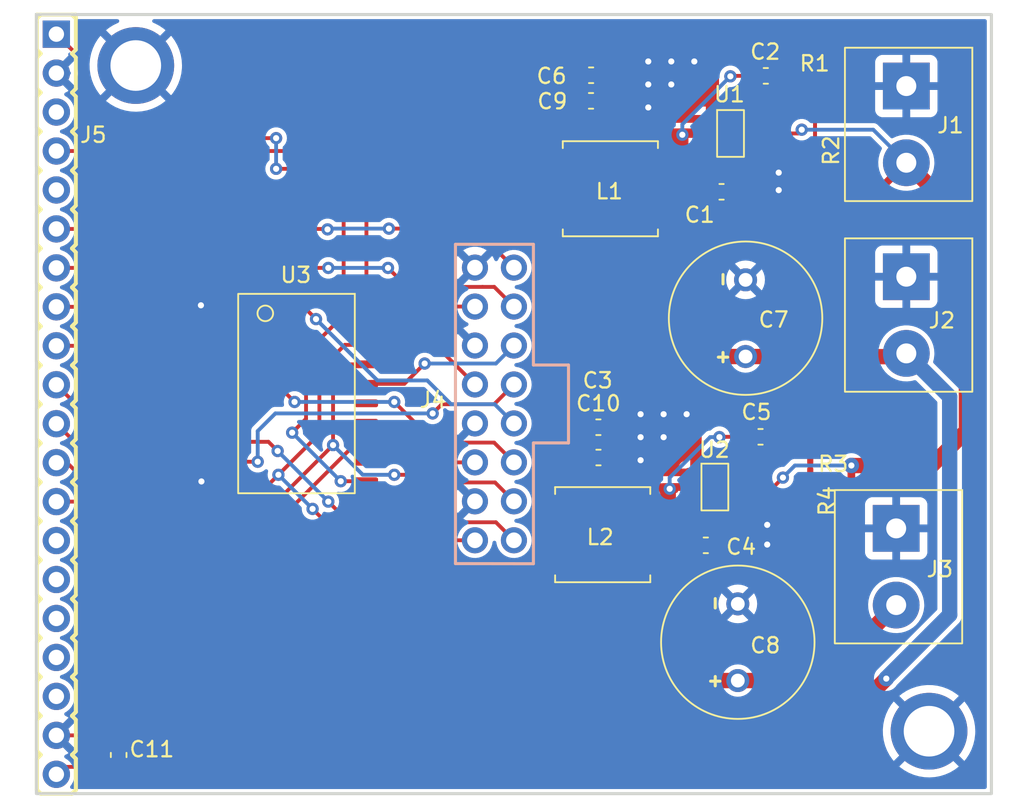
<source format=kicad_pcb>
(kicad_pcb (version 20211014) (generator pcbnew)
  (layers (0 "F.Cu" signal) (31 "B.Cu" signal) (34 "B.Paste" user) (35 "F.Paste" user) (36 "B.SilkS" user "B.Silkscreen") (37 "F.SilkS" user "F.Silkscreen") (38 "B.Mask" user) (39 "F.Mask" user) (44 "Edge.Cuts" user))
  (net 0 "")
  (net 1 "/Vin +24V")
  (net 2 "GND")
  (net 3 "/CB")
  (net 4 "/FB")
  (net 5 "+5V")
  (net 6 "/+5V Regu 2")
  (net 7 "+3V3")
  (net 8 "/GPIO13\\PANEL_B2")
  (net 9 "/PANEL_A")
  (net 10 "/PANEL_B")
  (net 11 "/PANEL_C")
  (net 12 "/ESP_EN")
  (net 13 "/GPIO2\\HS2_DATA0")
  (net 14 "/GPI033")
  (net 15 "/GPI34")
  (net 16 "/GPI35")
  (net 17 "/GPI36")
  (net 18 "/GPI39")
  (net 19 "/CB2")
  (net 20 "/FB2")
  (net 22 "/PANEL_D")
  (net 24 "/PANEL_E")
  (net 26 "/Vout")
  (net 27 "/Vout2")
  (net 28 "/GPIO5\\PANEL_LAT")
  (net 29 "/GPI04\\PANEL_OE")
  (net 30 "/GPI012\\PANEL_CLK")
  (net 31 "/GPIO32\\PANEL_G2")
  (net 32 "/GPIO16\\PANEL_G1")
  (net 33 "/GPI015\\PANEL_R1")
  (net 34 "/GPIO17\\PANEL_B1")
  (net 35 "/GPIO14\\PANEL_R2")
  (footprint "PANEL_LED:LMR51430" (layer "F.Cu") (at 129.965 75.225)
    (fp_text reference "U2" (at 0.84 -0.9 unlocked) (layer "F.SilkS"))
    (fp_text value "LMR51430")
    (pad "1" smd roundrect (at -0.475 0.575) (size 1.1 0.6) (layers "F.Cu" "F.Paste" "F.Mask") (net 2 "GND"))
    (pad "2" smd roundrect (at -0.475 1.525) (size 1.1 0.6) (layers "F.Cu" "F.Paste" "F.Mask") (net 27 "/Vout2"))
    (pad "3" smd roundrect (at -0.475 2.475) (size 1.1 0.6) (layers "F.Cu" "F.Paste" "F.Mask") (net 1 "/Vin +24V"))
    (pad "4" smd roundrect (at 2.225 2.475) (size 1.1 0.6) (layers "F.Cu" "F.Paste" "F.Mask") (net 20 "/FB2"))
    (pad "5" smd roundrect (at 2.225 1.525) (size 1.1 0.6) (layers "F.Cu" "F.Paste" "F.Mask") (net 1 "/Vin +24V"))
    (pad "6" smd roundrect (at 2.225 0.575) (size 1.1 0.6) (layers "F.Cu" "F.Paste" "F.Mask") (net 19 "/CB2"))
  )
  (footprint "Capacitor_SMD:C_0603_1608Metric" (layer "F.Cu") (at 133.815 73.475 180)
    (fp_text reference "C5" (at 0.27 1.61) (layer "F.SilkS"))
    (fp_text value "0.1uF")
    (pad "1" smd roundrect (at -0.775 0 180) (size 0.9 0.95) (layers "F.Cu" "F.Paste" "F.Mask") (net 19 "/CB2"))
    (pad "2" smd roundrect (at 0.775 0 180) (size 0.9 0.95) (layers "F.Cu" "F.Paste" "F.Mask") (net 27 "/Vout2"))
  )
  (footprint "PANEL_LED:Capa1000uF" (layer "F.Cu") (at 132.334 86.868 90)
    (fp_text reference "C8" (at -0.21 1.79 unlocked) (layer "F.SilkS"))
    (fp_text value "1000uF")
    (fp_text user "+" (at -2.54 -1.524 90) (layer "F.SilkS") (effects (font (size 0.8 0.8) (thickness 0.2))))
    (fp_text user "-" (at 2.54 -1.524 90) (layer "F.SilkS") (effects (font (size 0.8 0.8) (thickness 0.2))))
    (pad "1" thru_hole circle (at -2.5 0 90) (size 1.5 1.5) (drill 0.9) (layers *.Cu *.Mask) (net 6 "/+5V Regu 2"))
    (pad "2" thru_hole circle (at 2.5 0 90) (size 1.5 1.5) (drill 0.9) (layers *.Cu *.Mask) (net 2 "GND"))
  )
  (footprint "Capacitor_SMD:C_0603_1608Metric" (layer "F.Cu") (at 130.25 80.55)
    (fp_text reference "C4" (at 2.3 0.1) (layer "F.SilkS"))
    (fp_text value "2.2uF")
    (pad "1" smd roundrect (at -0.775 0) (size 0.9 0.95) (layers "F.Cu" "F.Paste" "F.Mask") (net 1 "/Vin +24V"))
    (pad "2" smd roundrect (at 0.775 0) (size 0.9 0.95) (layers "F.Cu" "F.Paste" "F.Mask") (net 2 "GND"))
  )
  (footprint "Resistor_SMD:R_0201_0603Metric" (layer "F.Cu") (at 137.055 75.36 -90)
    (fp_text reference "R3" (at -0.11 -1.495) (layer "F.SilkS"))
    (fp_text value "100k")
    (pad "1" smd roundrect (at -0.32 0 270) (size 0.46 0.4) (layers "F.Cu" "F.Mask") (net 6 "/+5V Regu 2"))
    (pad "2" smd roundrect (at 0.32 0 270) (size 0.46 0.4) (layers "F.Cu" "F.Mask") (net 20 "/FB2"))
  )
  (footprint "" (layer "F.Cu") (at 141.7 93.51)
    (fp_text reference "" (at 0 0) (layer "F.SilkS") (effects (font (size 1.27 1.27))))
    (fp_text value "" (at 0 0) (layer "F.SilkS") (effects (font (size 1.27 1.27))))
    (pad "" thru_hole circle (at 3.096 -0.84) (size 5 5) (drill 3.3) (layers *.Cu *.Mask) (net 2 "GND"))
  )
  (footprint "Capacitor_SMD:C_0603_1608Metric" (layer "F.Cu") (at 122.775 49.9)
    (fp_text reference "C6" (at -2.575 0.05) (layer "F.SilkS"))
    (fp_text value "22uF")
    (pad "1" smd roundrect (at -0.775 0) (size 0.9 0.95) (layers "F.Cu" "F.Paste" "F.Mask") (net 5 "+5V"))
    (pad "2" smd roundrect (at 0.775 0) (size 0.9 0.95) (layers "F.Cu" "F.Paste" "F.Mask") (net 2 "GND"))
  )
  (footprint "PANEL_LED:BORNIER_2P" (layer "F.Cu") (at 147.615 60.535 -90)
    (fp_text reference "J2" (at 5.355 1.985 unlocked) (layer "F.SilkS"))
    (fp_text value "PWR_TO_LED")
    (pad "1" thru_hole rect (at 2.5 4.3 270) (size 3.048 3.048) (drill 1.3) (layers *.Cu *.Mask) (net 2 "GND"))
    (pad "2" thru_hole circle (at 7.5 4.3 270) (size 3.048 3.048) (drill 1.3) (layers *.Cu *.Mask) (net 5 "+5V"))
  )
  (footprint "" (layer "F.Cu") (at 84.5075 49.02)
    (fp_text reference "" (at 0 0) (layer "F.SilkS") (effects (font (size 1.27 1.27))))
    (fp_text value "" (at 0 0) (layer "F.SilkS") (effects (font (size 1.27 1.27))))
    (pad "" thru_hole circle (at 8.5975 0.246) (size 5 5) (drill 3.3) (layers *.Cu *.Mask) (net 2 "GND"))
  )
  (footprint "PANEL_LED:Capa1000uF" (layer "F.Cu") (at 132.84 65.74 90)
    (fp_text reference "C7" (at -0.1 1.83 unlocked) (layer "F.SilkS"))
    (fp_text value "1000uF")
    (fp_text user "+" (at -2.54 -1.524 90) (layer "F.SilkS") (effects (font (size 0.8 0.8) (thickness 0.2))))
    (fp_text user "-" (at 2.54 -1.524 90) (layer "F.SilkS") (effects (font (size 0.8 0.8) (thickness 0.2))))
    (pad "1" thru_hole circle (at -2.5 0 90) (size 1.5 1.5) (drill 0.9) (layers *.Cu *.Mask) (net 5 "+5V"))
    (pad "2" thru_hole circle (at 2.5 0 90) (size 1.5 1.5) (drill 0.9) (layers *.Cu *.Mask) (net 2 "GND"))
  )
  (footprint "PANEL_LED:HN1x20" (layer "F.Cu") (at 86.406 45.95 -90)
    (fp_text reference "J5" (at 7.84 -3.934 unlocked) (layer "F.SilkS"))
    (fp_text value "EXT PIN" hide)
    (pad "1" thru_hole rect (at 1.27 -1.524 270) (size 1.778 1.778) (drill 1) (layers *.Cu *.Mask) (net 7 "+3V3"))
    (pad "2" thru_hole circle (at 3.81 -1.524 270) (size 1.778 1.778) (drill 1) (layers *.Cu *.Mask) (net 2 "GND"))
    (pad "3" thru_hole circle (at 6.35 -1.524 270) (size 1.778 1.778) (drill 1) (layers *.Cu *.Mask) (net 12 "/ESP_EN"))
    (pad "4" thru_hole circle (at 8.89 -1.524 270) (size 1.778 1.778) (drill 1) (layers *.Cu *.Mask) (net 28 "/GPIO5\\PANEL_LAT"))
    (pad "5" thru_hole circle (at 11.43 -1.524 270) (size 1.778 1.778) (drill 1) (layers *.Cu *.Mask) (net 13 "/GPIO2\\HS2_DATA0"))
    (pad "6" thru_hole circle (at 13.97 -1.524 270) (size 1.778 1.778) (drill 1) (layers *.Cu *.Mask) (net 29 "/GPI04\\PANEL_OE"))
    (pad "7" thru_hole circle (at 16.51 -1.524 270) (size 1.778 1.778) (drill 1) (layers *.Cu *.Mask) (net 30 "/GPI012\\PANEL_CLK"))
    (pad "8" thru_hole circle (at 19.05 -1.524 270) (size 1.778 1.778) (drill 1) (layers *.Cu *.Mask) (net 8 "/GPIO13\\PANEL_B2"))
    (pad "9" thru_hole circle (at 21.59 -1.524 270) (size 1.778 1.778) (drill 1) (layers *.Cu *.Mask) (net 35 "/GPIO14\\PANEL_R2"))
    (pad "10" thru_hole circle (at 24.13 -1.524 270) (size 1.778 1.778) (drill 1) (layers *.Cu *.Mask) (net 33 "/GPI015\\PANEL_R1"))
    (pad "11" thru_hole circle (at 26.67 -1.524 270) (size 1.778 1.778) (drill 1) (layers *.Cu *.Mask) (net 32 "/GPIO16\\PANEL_G1"))
    (pad "12" thru_hole circle (at 29.21 -1.524 270) (size 1.778 1.778) (drill 1) (layers *.Cu *.Mask) (net 34 "/GPIO17\\PANEL_B1"))
    (pad "13" thru_hole circle (at 31.75 -1.524 270) (size 1.778 1.778) (drill 1) (layers *.Cu *.Mask) (net 31 "/GPIO32\\PANEL_G2"))
    (pad "14" thru_hole circle (at 34.29 -1.524 270) (size 1.778 1.778) (drill 1) (layers *.Cu *.Mask) (net 14 "/GPI033"))
    (pad "15" thru_hole circle (at 36.83 -1.524 270) (size 1.778 1.778) (drill 1) (layers *.Cu *.Mask) (net 15 "/GPI34"))
    (pad "16" thru_hole circle (at 39.37 -1.524 270) (size 1.778 1.778) (drill 1) (layers *.Cu *.Mask) (net 16 "/GPI35"))
    (pad "17" thru_hole circle (at 41.91 -1.524 270) (size 1.778 1.778) (drill 1) (layers *.Cu *.Mask) (net 17 "/GPI36"))
    (pad "18" thru_hole circle (at 44.45 -1.524 270) (size 1.778 1.778) (drill 1) (layers *.Cu *.Mask) (net 18 "/GPI39"))
    (pad "19" thru_hole circle (at 46.99 -1.524 270) (size 1.778 1.778) (drill 1) (layers *.Cu *.Mask) (net 2 "GND"))
    (pad "20" thru_hole circle (at 49.53 -1.524 270) (size 1.778 1.778) (drill 1) (layers *.Cu *.Mask) (net 5 "+5V"))
  )
  (footprint "Resistor_SMD:R_0201_0603Metric" (layer "F.Cu") (at 137.37 54.81 -90)
    (fp_text reference "R2" (at 0 -1.05 -90) (layer "F.SilkS"))
    (fp_text value "13.7k")
    (pad "1" smd roundrect (at -0.32 0 270) (size 0.46 0.4) (layers "F.Cu" "F.Mask") (net 4 "/FB"))
    (pad "2" smd roundrect (at 0.32 0 270) (size 0.46 0.4) (layers "F.Cu" "F.Mask") (net 2 "GND"))
  )
  (footprint "Capacitor_SMD:C_0603_1608Metric" (layer "F.Cu") (at 91.99 94.22 -90)
    (fp_text reference "C11" (at -0.37 -2.16) (layer "F.SilkS"))
    (fp_text value "1uF")
    (pad "1" smd roundrect (at -0.775 0 270) (size 0.9 0.95) (layers "F.Cu" "F.Paste" "F.Mask") (net 2 "GND"))
    (pad "2" smd roundrect (at 0.775 0 270) (size 0.9 0.95) (layers "F.Cu" "F.Paste" "F.Mask") (net 5 "+5V"))
  )
  (footprint "Capacitor_SMD:C_0603_1608Metric" (layer "F.Cu") (at 134.16 49.94 180)
    (fp_text reference "C2" (at 0.04 1.57) (layer "F.SilkS"))
    (fp_text value "0.1uF")
    (pad "1" smd roundrect (at -0.775 0 180) (size 0.9 0.95) (layers "F.Cu" "F.Paste" "F.Mask") (net 3 "/CB"))
    (pad "2" smd roundrect (at 0.775 0 180) (size 0.9 0.95) (layers "F.Cu" "F.Paste" "F.Mask") (net 26 "/Vout"))
  )
  (footprint "PANEL_LED:BORNIER_2P" (layer "F.Cu") (at 147.615 48.105 -90)
    (fp_text reference "J1" (at 5.065 1.425 unlocked) (layer "F.SilkS"))
    (fp_text value "PWR")
    (pad "1" thru_hole rect (at 2.5 4.3 270) (size 3.048 3.048) (drill 1.3) (layers *.Cu *.Mask) (net 2 "GND"))
    (pad "2" thru_hole circle (at 7.5 4.3 270) (size 3.048 3.048) (drill 1.3) (layers *.Cu *.Mask) (net 1 "/Vin +24V"))
  )
  (footprint "Resistor_SMD:R_0201_0603Metric" (layer "F.Cu") (at 137.35 50.695 -90)
    (fp_text reference "R1" (at -1.56 0.01) (layer "F.SilkS"))
    (fp_text value "100k")
    (pad "1" smd roundrect (at -0.32 0 270) (size 0.46 0.4) (layers "F.Cu" "F.Mask") (net 5 "+5V"))
    (pad "2" smd roundrect (at 0.32 0 270) (size 0.46 0.4) (layers "F.Cu" "F.Mask") (net 4 "/FB"))
  )
  (footprint "Capacitor_SMD:C_0603_1608Metric" (layer "F.Cu") (at 123.255 74.825)
    (fp_text reference "C10" (at -0.005 -3.525) (layer "F.SilkS"))
    (fp_text value "22uF")
    (pad "1" smd roundrect locked (at -0.775 0) (size 0.9 0.95) (layers "F.Cu" "F.Paste" "F.Mask") (net 6 "/+5V Regu 2"))
    (pad "2" smd roundrect (at 0.775 0) (size 0.9 0.95) (layers "F.Cu" "F.Paste" "F.Mask") (net 2 "GND"))
  )
  (footprint "Inductor_SMD:L_Bourns_SRN6045TA" (layer "F.Cu") (at 123.53 79.855 180)
    (fp_text reference "L2" (at 0.165 -0.16) (layer "F.SilkS"))
    (fp_text value "6.8uH")
    (pad "1" smd rect (at -2.075 0 180) (size 2.35 5.1) (layers "F.Cu" "F.Paste" "F.Mask") (net 27 "/Vout2"))
    (pad "2" smd rect (at 2.075 0 180) (size 2.35 5.1) (layers "F.Cu" "F.Paste" "F.Mask") (net 6 "/+5V Regu 2"))
  )
  (footprint "Resistor_SMD:R_0201_0603Metric" (layer "F.Cu") (at 137.085 77.66 -90)
    (fp_text reference "R4" (at 0 -1.05 -90) (layer "F.SilkS"))
    (fp_text value "13.7k")
    (pad "1" smd roundrect (at -0.32 0 270) (size 0.46 0.4) (layers "F.Cu" "F.Mask") (net 20 "/FB2"))
    (pad "2" smd roundrect (at 0.32 0 270) (size 0.46 0.4) (layers "F.Cu" "F.Mask") (net 2 "GND"))
  )
  (footprint "Capacitor_SMD:C_0603_1608Metric" (layer "F.Cu") (at 123.25 72.85)
    (fp_text reference "C3" (at -0.05 -3.05) (layer "F.SilkS"))
    (fp_text value "22uF")
    (pad "1" smd roundrect (at -0.775 0) (size 0.9 0.95) (layers "F.Cu" "F.Paste" "F.Mask") (net 6 "/+5V Regu 2"))
    (pad "2" smd roundrect (at 0.775 0) (size 0.9 0.95) (layers "F.Cu" "F.Paste" "F.Mask") (net 2 "GND"))
  )
  (footprint "Inductor_SMD:L_Bourns_SRN6045TA" (layer "F.Cu") (at 124.03 57.3 180)
    (fp_text reference "L1" (at 0.07 -0.17) (layer "F.SilkS"))
    (fp_text value "6.8uH")
    (pad "1" smd rect (at -2.075 0 180) (size 2.35 5.1) (layers "F.Cu" "F.Paste" "F.Mask") (net 26 "/Vout"))
    (pad "2" smd rect (at 2.075 0 180) (size 2.35 5.1) (layers "F.Cu" "F.Paste" "F.Mask") (net 5 "+5V"))
  )
  (footprint "Capacitor_SMD:C_0603_1608Metric" (layer "F.Cu") (at 122.77 51.57)
    (fp_text reference "C9" (at -2.52 0.03) (layer "F.SilkS"))
    (fp_text value "22uF")
    (pad "1" smd roundrect (at -0.775 0) (size 0.9 0.95) (layers "F.Cu" "F.Paste" "F.Mask") (net 5 "+5V"))
    (pad "2" smd roundrect (at 0.775 0) (size 0.9 0.95) (layers "F.Cu" "F.Paste" "F.Mask") (net 2 "GND"))
  )
  (footprint "PANEL_LED:LMR51430" (layer "F.Cu") (at 130.985 52.17)
    (fp_text reference "U1" (at 0.8 -1.02 unlocked) (layer "F.SilkS"))
    (fp_text value "LMR51430")
    (pad "1" smd roundrect (at -0.475 0.575) (size 1.1 0.6) (layers "F.Cu" "F.Paste" "F.Mask") (net 2 "GND"))
    (pad "2" smd roundrect (at -0.475 1.525) (size 1.1 0.6) (layers "F.Cu" "F.Paste" "F.Mask") (net 26 "/Vout"))
    (pad "3" smd roundrect (at -0.475 2.475) (size 1.1 0.6) (layers "F.Cu" "F.Paste" "F.Mask") (net 1 "/Vin +24V"))
    (pad "4" smd roundrect (at 2.225 2.475) (size 1.1 0.6) (layers "F.Cu" "F.Paste" "F.Mask") (net 4 "/FB"))
    (pad "5" smd roundrect (at 2.225 1.525) (size 1.1 0.6) (layers "F.Cu" "F.Paste" "F.Mask") (net 1 "/Vin +24V"))
    (pad "6" smd roundrect (at 2.225 0.575) (size 1.1 0.6) (layers "F.Cu" "F.Paste" "F.Mask") (net 3 "/CB"))
  )
  (footprint "PANEL_LED:SOIC-20" (layer "F.Cu") (at 95.7035 67.965)
    (fp_text reference "U3" (at 7.8295 -5.04 unlocked) (layer "F.SilkS"))
    (fp_text value "74HC374")
    (pad "1" smd roundrect (at 3.3165 -3.025 270) (size 0.51 1.515) (layers "F.Cu" "F.Paste" "F.Mask") (net 2 "GND"))
    (pad "2" smd roundrect (at 3.3165 -1.755 270) (size 0.51 1.515) (layers "F.Cu" "F.Paste" "F.Mask"))
    (pad "3" smd roundrect (at 3.3165 -0.485 270) (size 0.51 1.515) (layers "F.Cu" "F.Paste" "F.Mask") (net 35 "/GPIO14\\PANEL_R2"))
    (pad "4" smd roundrect (at 3.3165 0.785 270) (size 0.51 1.515) (layers "F.Cu" "F.Paste" "F.Mask") (net 35 "/GPIO14\\PANEL_R2"))
    (pad "5" smd roundrect (at 3.3165 2.055 270) (size 0.51 1.515) (layers "F.Cu" "F.Paste" "F.Mask") (net 22 "/PANEL_D"))
    (pad "6" smd roundrect (at 3.3165 3.325 270) (size 0.51 1.515) (layers "F.Cu" "F.Paste" "F.Mask"))
    (pad "7" smd roundrect (at 3.3165 4.595 270) (size 0.51 1.515) (layers "F.Cu" "F.Paste" "F.Mask") (net 33 "/GPI015\\PANEL_R1"))
    (pad "8" smd roundrect locked (at 3.3165 5.865 270) (size 0.51 1.515) (layers "F.Cu" "F.Paste" "F.Mask") (net 33 "/GPI015\\PANEL_R1"))
    (pad "9" smd roundrect (at 3.3165 7.135 270) (size 0.51 1.515) (layers "F.Cu" "F.Paste" "F.Mask") (net 9 "/PANEL_A"))
    (pad "10" smd roundrect (at 3.3165 8.405 270) (size 0.51 1.515) (layers "F.Cu" "F.Paste" "F.Mask") (net 2 "GND"))
    (pad "11" smd roundrect (at 12.4315 -3.025 270) (size 0.51 1.515) (layers "F.Cu" "F.Paste" "F.Mask") (net 28 "/GPIO5\\PANEL_LAT"))
    (pad "12" smd roundrect (at 12.4315 -1.755 270) (size 0.51 1.515) (layers "F.Cu" "F.Paste" "F.Mask") (net 10 "/PANEL_B"))
    (pad "13" smd roundrect (at 12.4315 -0.485 270) (size 0.51 1.515) (layers "F.Cu" "F.Paste" "F.Mask") (net 32 "/GPIO16\\PANEL_G1"))
    (pad "14" smd roundrect (at 12.4315 0.785 270) (size 0.51 1.515) (layers "F.Cu" "F.Paste" "F.Mask") (net 34 "/GPIO17\\PANEL_B1"))
    (pad "15" smd roundrect (at 12.4315 2.055 270) (size 0.51 1.515) (layers "F.Cu" "F.Paste" "F.Mask") (net 11 "/PANEL_C"))
    (pad "16" smd roundrect (at 12.4315 3.325 270) (size 0.51 1.515) (layers "F.Cu" "F.Paste" "F.Mask") (net 24 "/PANEL_E"))
    (pad "17" smd roundrect (at 12.4315 4.595 270) (size 0.51 1.515) (layers "F.Cu" "F.Paste" "F.Mask") (net 31 "/GPIO32\\PANEL_G2"))
    (pad "18" smd roundrect (at 12.4315 5.865 270) (size 0.51 1.515) (layers "F.Cu" "F.Paste" "F.Mask") (net 31 "/GPIO32\\PANEL_G2"))
    (pad "19" smd roundrect (at 12.4315 7.135 270) (size 0.51 1.515) (layers "F.Cu" "F.Paste" "F.Mask"))
    (pad "20" smd roundrect locked (at 12.4315 8.405 270) (size 0.51 1.515) (layers "F.Cu" "F.Paste" "F.Mask") (net 7 "+3V3"))
  )
  (footprint "PANEL_LED:BORNIER_2P" (layer "F.Cu") (at 146.955 76.945 -90)
    (fp_text reference "J3" (at 5.165 1.455 unlocked) (layer "F.SilkS"))
    (fp_text value "PWR_TO_LED")
    (pad "1" thru_hole rect (at 2.5 4.3 270) (size 3.048 3.048) (drill 1.3) (layers *.Cu *.Mask) (net 2 "GND"))
    (pad "2" thru_hole circle (at 7.5 4.3 270) (size 3.048 3.048) (drill 1.3) (layers *.Cu *.Mask) (net 6 "/+5V Regu 2"))
  )
  (footprint "Capacitor_SMD:C_0603_1608Metric" (layer "F.Cu") (at 131.275 57.5)
    (fp_text reference "C1" (at -1.425 1.5) (layer "F.SilkS"))
    (fp_text value "2.2uF")
    (pad "1" smd roundrect (at -0.775 0) (size 0.9 0.95) (layers "F.Cu" "F.Paste" "F.Mask") (net 1 "/Vin +24V"))
    (pad "2" smd roundrect (at 0.775 0) (size 0.9 0.95) (layers "F.Cu" "F.Paste" "F.Mask") (net 2 "GND"))
  )
  (footprint "PANEL_LED:PANEL_CONNECTOR" (layer "B.Cu") (at 118 81.75 90)
    (fp_text reference "J4" (at 10.679 -5.541 unlocked) (layer "F.SilkS"))
    (fp_text value "Connector to pannel led" hide)
    (pad "1" thru_hole circle locked (at 1.528 -0.254 270) (size 1.7 1.7) (drill 1.02) (layers *.Cu *.Mask) (net 33 "/GPI015\\PANEL_R1"))
    (pad "2" thru_hole circle locked (at 1.528 -2.794 270) (size 1.7 1.7) (drill 1.02) (layers *.Cu *.Mask) (net 32 "/GPIO16\\PANEL_G1"))
    (pad "3" thru_hole circle locked (at 4.068 -0.254 270) (size 1.7 1.7) (drill 1.02) (layers *.Cu *.Mask) (net 34 "/GPIO17\\PANEL_B1"))
    (pad "4" thru_hole circle locked (at 4.068 -2.794 270) (size 1.7 1.7) (drill 1.02) (layers *.Cu *.Mask) (net 2 "GND"))
    (pad "5" thru_hole circle locked (at 6.608 -0.254 270) (size 1.7 1.7) (drill 1.02) (layers *.Cu *.Mask) (net 35 "/GPIO14\\PANEL_R2"))
    (pad "6" thru_hole circle locked (at 6.608 -2.794 270) (size 1.7 1.7) (drill 1.02) (layers *.Cu *.Mask) (net 31 "/GPIO32\\PANEL_G2"))
    (pad "7" thru_hole circle locked (at 9.148 -0.254 270) (size 1.7 1.7) (drill 1.02) (layers *.Cu *.Mask) (net 8 "/GPIO13\\PANEL_B2"))
    (pad "8" thru_hole circle locked (at 9.148 -2.794 270) (size 1.7 1.7) (drill 1.02) (layers *.Cu *.Mask) (net 2 "GND"))
    (pad "9" thru_hole circle locked (at 11.688 -0.254 270) (size 1.7 1.7) (drill 1.02) (layers *.Cu *.Mask) (net 9 "/PANEL_A"))
    (pad "10" thru_hole circle locked (at 11.688 -2.794 270) (size 1.7 1.7) (drill 1.02) (layers *.Cu *.Mask) (net 10 "/PANEL_B"))
    (pad "11" thru_hole circle locked (at 14.228 -0.254 270) (size 1.7 1.7) (drill 1.02) (layers *.Cu *.Mask) (net 11 "/PANEL_C"))
    (pad "12" thru_hole circle locked (at 14.228 -2.794 270) (size 1.7 1.7) (drill 1.02) (layers *.Cu *.Mask) (net 2 "GND"))
    (pad "13" thru_hole circle locked (at 16.768 -0.254 270) (size 1.7 1.7) (drill 1.02) (layers *.Cu *.Mask) (net 30 "/GPI012\\PANEL_CLK"))
    (pad "14" thru_hole circle locked (at 16.768 -2.794 270) (size 1.7 1.7) (drill 1.02) (layers *.Cu *.Mask) (net 28 "/GPIO5\\PANEL_LAT"))
    (pad "15" thru_hole circle locked (at 19.308 -0.254 270) (size 1.7 1.7) (drill 1.02) (layers *.Cu *.Mask) (net 29 "/GPI04\\PANEL_OE"))
    (pad "16" thru_hole circle locked (at 19.308 -2.794 270) (size 1.7 1.7) (drill 1.02) (layers *.Cu *.Mask) (net 2 "GND"))
  )
  (gr_rect (start 86.63 45.94) (end 148.86 96.74) (layer "Edge.Cuts") (width 0.2) (fill none))
  (segment (start 139.92 59) (end 143.315 55.605) (width 0.5) (layer "F.Cu") (net 1))
  (segment (start 139.735 78.515) (end 139.735 75.345) (width 0.5) (layer "F.Cu") (net 1))
  (segment (start 147.23 73.09) (end 144.97 75.35) (width 1) (layer "F.Cu") (net 1))
  (segment (start 132.19 76.75) (end 134.66 76.75) (width 0.25) (layer "F.Cu") (net 1))
  (segment (start 143.315 55.605) (end 147.23 59.52) (width 1) (layer "F.Cu") (net 1))
  (segment (start 129.49 79.04) (end 129.49 80.535) (width 0.5) (layer "F.Cu") (net 1))
  (segment (start 133.21 53.695) (end 136.255 53.695) (width 0.25) (layer "F.Cu") (net 1))
  (segment (start 129.475 81.325) (end 129.475 80.55) (width 0.5) (layer "F.Cu") (net 1))
  (segment (start 129.49 77.7) (end 129.49 79.04) (width 0.5) (layer "F.Cu") (net 1))
  (segment (start 129.49 80.535) (end 129.475 80.55) (width 0.25) (layer "F.Cu") (net 1))
  (segment (start 134.66 76.75) (end 135.275 76.135) (width 0.25) (layer "F.Cu") (net 1))
  (segment (start 147.23 59.52) (end 147.23 73.09) (width 1) (layer "F.Cu") (net 1))
  (segment (start 130.51 57.49) (end 130.51 54.645) (width 0.5) (layer "F.Cu") (net 1))
  (segment (start 136.255 53.695) (end 136.5 53.45) (width 0.25) (layer "F.Cu") (net 1))
  (segment (start 132.19 76.75) (end 132.19 76.76) (width 0.25) (layer "F.Cu") (net 1))
  (segment (start 144.97 75.35) (end 139.74 75.35) (width 1) (layer "F.Cu") (net 1))
  (segment (start 129.49 79.04) (end 129.49 80.443915) (width 0.5) (layer "F.Cu") (net 1))
  (segment (start 136.875 81.375) (end 139.735 78.515) (width 0.5) (layer "F.Cu") (net 1))
  (segment (start 130.5 57.5) (end 130.51 57.49) (width 0.25) (layer "F.Cu") (net 1))
  (segment (start 130.15 82) (end 129.475 81.325) (width 0.5) (layer "F.Cu") (net 1))
  (segment (start 136.25 82) (end 130.15 82) (width 0.5) (layer "F.Cu") (net 1))
  (segment (start 136.875 81.375) (end 136.25 82) (width 0.5) (layer "F.Cu") (net 1))
  (segment (start 130.5 57.5) (end 130.5 58.4) (width 0.5) (layer "F.Cu") (net 1))
  (segment (start 130.5 58.4) (end 131.1 59) (width 0.5) (layer "F.Cu") (net 1))
  (segment (start 132.19 76.76) (end 132.1 76.85) (width 0.25) (layer "F.Cu") (net 1))
  (segment (start 139.74 75.35) (end 139.735 75.345) (width 1) (layer "F.Cu") (net 1))
  (segment (start 129.49 80.443915) (end 129.5 80.453915) (width 0.5) (layer "F.Cu") (net 1))
  (segment (start 131.1 59) (end 139.92 59) (width 0.5) (layer "F.Cu") (net 1))
  (via (at 136.5 53.45) (size 0.8) (drill 0.4) (layers "F.Cu" "B.Cu") (net 1))
  (via (at 135.275 76.135) (size 0.8) (drill 0.4) (layers "F.Cu" "B.Cu") (net 1))
  (via (at 139.735 75.345) (size 1) (drill 0.4) (layers "F.Cu" "B.Cu") (net 1))
  (segment (start 135.275 76.125) (end 136.055 75.345) (width 0.25) (layer "B.Cu") (net 1))
  (segment (start 136.5 53.45) (end 141.16 53.45) (width 0.25) (layer "B.Cu") (net 1))
  (segment (start 135.275 76.135) (end 135.275 76.125) (width 0.25) (layer "B.Cu") (net 1))
  (segment (start 136.055 75.345) (end 139.735 75.345) (width 0.25) (layer "B.Cu") (net 1))
  (segment (start 141.16 53.45) (end 143.315 55.605) (width 0.25) (layer "B.Cu") (net 1))
  (segment (start 136.36 56.33) (end 135.41 56.33) (width 0.25) (layer "F.Cu") (net 2))
  (segment (start 137.37 55.32) (end 136.36 56.33) (width 0.25) (layer "F.Cu") (net 2))
  (segment (start 137.085 78.17) (end 136.04 79.215) (width 0.25) (layer "F.Cu") (net 2))
  (segment (start 124.025 72.85) (end 125.5 72.85) (width 0.5) (layer "F.Cu") (net 2))
  (segment (start 97.35 64.9) (end 98.98 64.9) (width 0.25) (layer "F.Cu") (net 2))
  (segment (start 98.98 64.9) (end 99.02 64.94) (width 0.25) (layer "F.Cu") (net 2))
  (segment (start 91.485 92.94) (end 91.99 93.445) (width 0.25) (layer "F.Cu") (net 2))
  (segment (start 87.93 92.94) (end 91.485 92.94) (width 0.25) (layer "F.Cu") (net 2))
  (segment (start 92.611 49.76) (end 93.105 49.266) (width 0.25) (layer "F.Cu") (net 2))
  (segment (start 99.005 76.385) (end 99.02 76.37) (width 0.25) (layer "F.Cu") (net 2))
  (segment (start 97.383 76.385) (end 99.005 76.385) (width 0.25) (layer "F.Cu") (net 2))
  (segment (start 136.04 79.215) (end 133.975 79.215) (width 0.25) (layer "F.Cu") (net 2))
  (segment (start 123.55 49.9) (end 124.65 49.9) (width 0.5) (layer "F.Cu") (net 2))
  (segment (start 115.206 62.442) (end 115.35 62.298) (width 0.25) (layer "F.Cu") (net 2))
  (segment (start 123.545 51.57) (end 125.63 51.57) (width 0.5) (layer "F.Cu") (net 2))
  (segment (start 124.03 74.825) (end 125.475 74.825) (width 0.5) (layer "F.Cu") (net 2))
  (segment (start 93.105 49.235) (end 93.105 49.266) (width 0.25) (layer "F.Cu") (net 2))
  (via (at 128 49) (size 0.8) (drill 0.4) (layers "F.Cu" "B.Cu") (net 2))
  (via (at 127.5 73.5) (size 0.8) (drill 0.4) (layers "F.Cu" "B.Cu") (net 2))
  (via (at 129 72) (size 0.8) (drill 0.4) (layers "F.Cu" "B.Cu") (net 2))
  (via (at 126.5 52) (size 0.8) (drill 0.4) (layers "F.Cu" "B.Cu") (net 2))
  (via (at 97.383 76.385) (size 0.8) (drill 0.4) (layers "F.Cu" "B.Cu") (net 2))
  (via (at 126.5 50.5) (size 0.8) (drill 0.4) (layers "F.Cu" "B.Cu") (net 2))
  (via (at 134.25 80.5) (size 0.8) (drill 0.4) (layers "F.Cu" "B.Cu") (net 2))
  (via (at 135 56.25) (size 0.8) (drill 0.4) (layers "F.Cu" "B.Cu") (net 2))
  (via (at 126.5 49) (size 0.8) (drill 0.4) (layers "F.Cu" "B.Cu") (net 2))
  (via (at 127.5 72) (size 0.8) (drill 0.4) (layers "F.Cu" "B.Cu") (net 2))
  (via (at 129.5 49) (size 0.8) (drill 0.4) (layers "F.Cu" "B.Cu") (net 2))
  (via (at 126 75) (size 0.8) (drill 0.4) (layers "F.Cu" "B.Cu") (net 2))
  (via (at 97.35 64.9) (size 0.8) (drill 0.4) (layers "F.Cu" "B.Cu") (net 2))
  (via (at 135 57.39) (size 0.8) (drill 0.4) (layers "F.Cu" "B.Cu") (net 2))
  (via (at 134.25 79.215) (size 0.8) (drill 0.4) (layers "F.Cu" "B.Cu") (net 2))
  (via (at 126 73.5) (size 0.8) (drill 0.4) (layers "F.Cu" "B.Cu") (net 2))
  (via (at 128 50.5) (size 0.8) (drill 0.4) (layers "F.Cu" "B.Cu") (net 2))
  (via (at 126 72) (size 0.8) (drill 0.4) (layers "F.Cu" "B.Cu") (net 2))
  (segment (start 87.93 49.76) (end 88.75 49.76) (width 0.25) (layer "B.Cu") (net 2))
  (segment (start 134.935 51.02) (end 134.935 49.94) (width 0.25) (layer "F.Cu") (net 3))
  (segment (start 133.21 52.745) (end 134.935 51.02) (width 0.25) (layer "F.Cu") (net 3))
  (segment (start 137.37 51.095) (end 137.45 51.015) (width 0.25) (layer "F.Cu") (net 4))
  (segment (start 133.21 54.645) (end 134.345 54.645) (width 0.25) (layer "F.Cu") (net 4))
  (segment (start 134.345 54.645) (end 134.5 54.49) (width 0.25) (layer "F.Cu") (net 4))
  (segment (start 137.37 54.3) (end 137.37 52.77) (width 0.25) (layer "F.Cu") (net 4))
  (segment (start 134.5 54.49) (end 137.37 54.49) (width 0.25) (layer "F.Cu") (net 4))
  (segment (start 137.37 54.3) (end 137.37 51.095) (width 0.25) (layer "F.Cu") (net 4))
  (segment (start 128.03 46.92) (end 124.13 46.92) (width 0.25) (layer "F.Cu") (net 5))
  (segment (start 135.8 68.25) (end 143.26 68.25) (width 1) (layer "F.Cu") (net 5))
  (segment (start 132.84 68.24) (end 126.76 68.24) (width 1) (layer "F.Cu") (net 5))
  (segment (start 121.955 51.61) (end 121.995 51.57) (width 1) (layer "F.Cu") (net 5))
  (segment (start 121.955 49.945) (end 122 49.9) (width 0.5) (layer "F.Cu") (net 5))
  (segment (start 142.01 89.24) (end 136.23 95.02) (width 1) (layer "F.Cu") (net 5))
  (segment (start 126.76 68.24) (end 121.955 63.435) (width 1) (layer "F.Cu") (net 5))
  (segment (start 121.955 63.435) (end 121.955 57.3) (width 1) (layer "F.Cu") (net 5))
  (segment (start 132.84 68.24) (end 135.65 68.24) (width 1) (layer "F.Cu") (net 5))
  (segment (start 136.23 95.02) (end 92.015 95.02) (width 1) (layer "F.Cu") (net 5))
  (segment (start 137.35 49.75) (end 137.35 50.375) (width 0.25) (layer "F.Cu") (net 5))
  (segment (start 92.015 95.02) (end 91.99 94.995) (width 1) (layer "F.Cu") (net 5))
  (segment (start 128.03 46.92) (end 134.52 46.92) (width 0.25) (layer "F.Cu") (net 5))
  (segment (start 121.955 57.3) (end 121.955 52.695) (width 0.5) (layer "F.Cu") (net 5))
  (segment (start 124.13 46.92) (end 122 49.05) (width 0.25) (layer "F.Cu") (net 5))
  (segment (start 121.955 52.695) (end 121.955 49.945) (width 0.5) (layer "F.Cu") (net 5))
  (segment (start 122 49.05) (end 122 49.9) (width 0.25) (layer "F.Cu") (net 5))
  (segment (start 121.955 52.695) (end 121.955 51.61) (width 0.5) (layer "F.Cu") (net 5))
  (segment (start 134.52 46.92) (end 137.35 49.75) (width 0.25) (layer "F.Cu") (net 5))
  (segment (start 143.315 68.035) (end 143.13 68.22) (width 1) (layer "F.Cu") (net 5))
  (segment (start 88.415 94.995) (end 87.93 95.48) (width 0.25) (layer "F.Cu") (net 5))
  (segment (start 91.99 94.995) (end 88.415 94.995) (width 0.25) (layer "F.Cu") (net 5))
  (via (at 142.01 89.24) (size 1) (drill 0.4) (layers "F.Cu" "B.Cu") (net 5))
  (segment (start 142.01 89.24) (end 142.01 89.21) (width 1) (layer "B.Cu") (net 5))
  (segment (start 146.14 70.86) (end 143.315 68.035) (width 1) (layer "B.Cu") (net 5))
  (segment (start 142.01 89.21) (end 146.14 85.08) (width 1) (layer "B.Cu") (net 5))
  (segment (start 146.14 85.08) (end 146.14 70.86) (width 1) (layer "B.Cu") (net 5))
  (segment (start 121.455 79.855) (end 121.455 86.755) (width 1) (layer "F.Cu") (net 6))
  (segment (start 121.455 79.855) (end 121.455 75.85) (width 0.5) (layer "F.Cu") (net 6))
  (segment (start 122.48 74.825) (end 122.48 72.855) (width 0.5) (layer "F.Cu") (net 6))
  (segment (start 121.455 86.755) (end 124.068 89.368) (width 1) (layer "F.Cu") (net 6))
  (segment (start 122.475 71.675) (end 122.475 72.85) (width 0.25) (layer "F.Cu") (net 6))
  (segment (start 124.04 70.11) (end 122.475 71.675) (width 0.25) (layer "F.Cu") (net 6))
  (segment (start 137.055 75.04) (end 137.055 73.435) (width 0.25) (layer "F.Cu") (net 6))
  (segment (start 122.48 72.855) (end 122.475 72.85) (width 0.5) (layer "F.Cu") (net 6))
  (segment (start 124.068 89.368) (end 132.334 89.368) (width 1) (layer "F.Cu") (net 6))
  (segment (start 132.334 89.368) (end 137.732 89.368) (width 1) (layer "F.Cu") (net 6))
  (segment (start 121.455 75.85) (end 122.48 74.825) (width 0.5) (layer "F.Cu") (net 6))
  (segment (start 133.73 70.11) (end 126.34 70.11) (width 0.25) (layer "F.Cu") (net 6))
  (segment (start 137.732 89.368) (end 142.655 84.445) (width 1) (layer "F.Cu") (net 6))
  (segment (start 126.34 70.11) (end 124.04 70.11) (width 0.25) (layer "F.Cu") (net 6))
  (segment (start 137.055 73.435) (end 133.73 70.11) (width 0.25) (layer "F.Cu") (net 6))
  (segment (start 91.925 54) (end 89.525 51.6) (width 0.25) (layer "F.Cu") (net 7))
  (segment (start 106.65 65.55) (end 106.65 58.85) (width 0.25) (layer "F.Cu") (net 7))
  (segment (start 108.135 76.37) (end 106.46 76.37) (width 0.25) (layer "F.Cu") (net 7))
  (segment (start 103.295 73.205) (end 104.2 72.3) (width 0.25) (layer "F.Cu") (net 7))
  (segment (start 102.25 54) (end 91.925 54) (width 0.25) (layer "F.Cu") (net 7))
  (segment (start 87.884 47.498) (end 88.152 47.23) (width 0.25) (layer "F.Cu") (net 7))
  (segment (start 103.8 56) (end 102.25 56) (width 0.25) (layer "F.Cu") (net 7))
  (segment (start 89.525 48.815) (end 87.93 47.22) (width 0.25) (layer "F.Cu") (net 7))
  (segment (start 104.2 72.3) (end 104.2 68) (width 0.25) (layer "F.Cu") (net 7))
  (segment (start 106.65 58.85) (end 103.8 56) (width 0.25) (layer "F.Cu") (net 7))
  (segment (start 89.525 51.6) (end 89.525 48.815) (width 0.25) (layer "F.Cu") (net 7))
  (segment (start 104.2 68) (end 106.65 65.55) (width 0.25) (layer "F.Cu") (net 7))
  (via (at 102.25 56) (size 0.8) (drill 0.4) (layers "F.Cu" "B.Cu") (net 7))
  (via (at 106.46 76.37) (size 0.8) (drill 0.4) (layers "F.Cu" "B.Cu") (net 7))
  (via (at 103.295 73.205) (size 0.8) (drill 0.4) (layers "F.Cu" "B.Cu") (net 7))
  (via (at 102.25 54) (size 0.8) (drill 0.4) (layers "F.Cu" "B.Cu") (net 7))
  (segment (start 102.25 54) (end 102.25 56) (width 0.25) (layer "B.Cu") (net 7))
  (segment (start 106.46 76.37) (end 103.295 73.205) (width 0.25) (layer "B.Cu") (net 7))
  (segment (start 91.85 63.45) (end 100.15 63.45) (width 0.25) (layer "F.Cu") (net 8))
  (segment (start 104.85 65.8) (end 102.5 63.45) (width 0.25) (layer "F.Cu") (net 8))
  (segment (start 87.93 65) (end 90.3 65) (width 0.25) (layer "F.Cu") (net 8))
  (segment (start 102.5 63.45) (end 100.15 63.45) (width 0.25) (layer "F.Cu") (net 8))
  (segment (start 90.3 65) (end 91.85 63.45) (width 0.25) (layer "F.Cu") (net 8))
  (via (at 104.85 65.8) (size 0.8) (drill 0.4) (layers "F.Cu" "B.Cu") (net 8))
  (segment (start 112.1 69.8) (end 113.65 71.35) (width 0.25) (layer "B.Cu") (net 8))
  (segment (start 113.65 71.35) (end 116.494 71.35) (width 0.25) (layer "B.Cu") (net 8))
  (segment (start 116.494 71.35) (end 117.746 72.602) (width 0.25) (layer "B.Cu") (net 8))
  (segment (start 104.85 65.8) (end 108.85 69.8) (width 0.25) (layer "B.Cu") (net 8))
  (segment (start 108.85 69.8) (end 112.1 69.8) (width 0.25) (layer "B.Cu") (net 8))
  (segment (start 98.99 75.13) (end 99.02 75.1) (width 0.25) (layer "F.Cu") (net 9))
  (segment (start 116.458 71.35) (end 117.746 70.062) (width 0.25) (layer "F.Cu") (net 9))
  (segment (start 99.02 75.1) (end 101.05 75.1) (width 0.25) (layer "F.Cu") (net 9))
  (segment (start 113.05 71.35) (end 116.458 71.35) (width 0.25) (layer "F.Cu") (net 9))
  (segment (start 112.45 71.95) (end 113.05 71.35) (width 0.25) (layer "F.Cu") (net 9))
  (via (at 101.05 75.1) (size 0.8) (drill 0.4) (layers "F.Cu" "B.Cu") (net 9))
  (via (at 112.45 71.95) (size 0.8) (drill 0.4) (layers "F.Cu" "B.Cu") (net 9))
  (segment (start 101.05 75.1) (end 101.05 73.1) (width 0.25) (layer "B.Cu") (net 9))
  (segment (start 101.05 73.1) (end 102.2 71.95) (width 0.25) (layer "B.Cu") (net 9))
  (segment (start 102.2 71.95) (end 112.45 71.95) (width 0.25) (layer "B.Cu") (net 9))
  (segment (start 108.135 66.21) (end 111.354 66.21) (width 0.25) (layer "F.Cu") (net 10))
  (segment (start 111.354 66.21) (end 115.206 70.062) (width 0.25) (layer "F.Cu") (net 10))
  (segment (start 110.605 70.02) (end 111.928489 68.696511) (width 0.25) (layer "F.Cu") (net 11))
  (segment (start 108.135 70.02) (end 110.605 70.02) (width 0.25) (layer "F.Cu") (net 11))
  (via (at 111.928489 68.696511) (size 0.8) (drill 0.4) (layers "F.Cu" "B.Cu") (net 11))
  (segment (start 116.571489 68.696511) (end 111.928489 68.696511) (width 0.25) (layer "B.Cu") (net 11))
  (segment (start 117.746 67.522) (end 116.571489 68.696511) (width 0.25) (layer "B.Cu") (net 11))
  (segment (start 133.77 75.8) (end 134.595 74.975) (width 0.25) (layer "F.Cu") (net 19))
  (segment (start 134.595 74.975) (end 134.595 73.48) (width 0.25) (layer "F.Cu") (net 19))
  (segment (start 132.19 75.8) (end 133.77 75.8) (width 0.25) (layer "F.Cu") (net 19))
  (segment (start 134.595 73.48) (end 134.59 73.475) (width 0.25) (layer "F.Cu") (net 19))
  (segment (start 137.055 77.12) (end 137.055 75.68) (width 0.25) (layer "F.Cu") (net 20))
  (segment (start 132.19 77.7) (end 134.61 77.7) (width 0.25) (layer "F.Cu") (net 20))
  (segment (start 136.925 77.25) (end 137.055 77.12) (width 0.25) (layer "F.Cu") (net 20))
  (segment (start 134.61 77.7) (end 135.06 77.25) (width 0.25) (layer "F.Cu") (net 20))
  (segment (start 135.06 77.25) (end 136.925 77.25) (width 0.25) (layer "F.Cu") (net 20))
  (segment (start 133.385 49.94) (end 131.88 49.94) (width 0.25) (layer "F.Cu") (net 26))
  (segment (start 131.88 49.94) (end 131.85 49.97) (width 0.25) (layer "F.Cu") (net 26))
  (via (at 131.85 49.97) (size 0.8) (drill 0.4) (layers "F.Cu" "B.Cu") (net 26))
  (via (at 128.72 53.78) (size 0.8) (drill 0.4) (layers "F.Cu" "B.Cu") (net 26))
  (segment (start 128.72 53.78) (end 128.72 53.1) (width 0.25) (layer "B.Cu") (net 26))
  (segment (start 128.72 53.1) (end 131.85 49.97) (width 0.25) (layer "B.Cu") (net 26))
  (segment (start 131.155 73.475) (end 131.135 73.495) (width 0.25) (layer "F.Cu") (net 27))
  (segment (start 133.04 73.475) (end 131.155 73.475) (width 0.25) (layer "F.Cu") (net 27))
  (via (at 127.895 76.865) (size 0.8) (drill 0.4) (layers "F.Cu" "B.Cu") (net 27))
  (via (at 131.135 73.495) (size 0.8) (drill 0.4) (layers "F.Cu" "B.Cu") (net 27))
  (segment (start 130.535 73.495) (end 127.895 76.135) (width 0.25) (layer "B.Cu") (net 27))
  (segment (start 131.135 73.495) (end 130.535 73.495) (width 0.25) (layer "B.Cu") (net 27))
  (segment (start 127.895 76.135) (end 127.895 76.865) (width 0.25) (layer "B.Cu") (net 27))
  (segment (start 108.135 64.94) (end 108.135 57.845) (width 0.25) (layer "F.Cu") (net 28))
  (segment (start 108.177 64.982) (end 115.206 64.982) (width 0.25) (layer "F.Cu") (net 28))
  (segment (start 108.135 57.845) (end 105.13 54.84) (width 0.25) (layer "F.Cu") (net 28))
  (segment (start 105.13 54.84) (end 87.93 54.84) (width 0.25) (layer "F.Cu") (net 28))
  (segment (start 108.135 64.94) (end 108.177 64.982) (width 0.25) (layer "F.Cu") (net 28))
  (segment (start 87.93 54.84) (end 87.95 54.82) (width 0.25) (layer "F.Cu") (net 28))
  (segment (start 87.93 59.92) (end 105.57 59.92) (width 0.25) (layer "F.Cu") (net 29))
  (segment (start 117.746 62.442) (end 117.95 62.238) (width 0.25) (layer "F.Cu") (net 29))
  (segment (start 115.204 59.9) (end 109.6 59.9) (width 0.25) (layer "F.Cu") (net 29))
  (segment (start 105.57 59.92) (end 105.6 59.95) (width 0.25) (layer "F.Cu") (net 29))
  (segment (start 117.746 62.442) (end 115.204 59.9) (width 0.25) (layer "F.Cu") (net 29))
  (via (at 105.6 59.95) (size 0.8) (drill 0.4) (layers "F.Cu" "B.Cu") (net 29))
  (via (at 109.6 59.9) (size 0.8) (drill 0.4) (layers "F.Cu" "B.Cu") (net 29))
  (segment (start 105.65 59.9) (end 109.6 59.9) (width 0.25) (layer "B.Cu") (net 29))
  (segment (start 105.6 59.95) (end 105.65 59.9) (width 0.25) (layer "B.Cu") (net 29))
  (segment (start 116.464 63.7) (end 115.7 63.7) (width 0.25) (layer "F.Cu") (net 30))
  (segment (start 117.746 64.982) (end 116.464 63.7) (width 0.25) (layer "F.Cu") (net 30))
  (segment (start 109.54 62.46) (end 110.78 63.7) (width 0.25) (layer "F.Cu") (net 30))
  (segment (start 105.65 62.46) (end 87.93 62.46) (width 0.25) (layer "F.Cu") (net 30))
  (segment (start 110.78 63.7) (end 115.7 63.7) (width 0.25) (layer "F.Cu") (net 30))
  (via (at 109.54 62.46) (size 0.8) (drill 0.4) (layers "F.Cu" "B.Cu") (net 30))
  (via (at 105.65 62.46) (size 0.8) (drill 0.4) (layers "F.Cu" "B.Cu") (net 30))
  (segment (start 109.54 62.46) (end 105.65 62.46) (width 0.25) (layer "B.Cu") (net 30))
  (segment (start 109.76 62.46) (end 109.54 62.46) (width 0.25) (layer "B.Cu") (net 30))
  (segment (start 89.384 77.7) (end 91.694 80.01) (width 0.25) (layer "F.Cu") (net 31))
  (segment (start 111.464 75.142) (end 115.206 75.142) (width 0.25) (layer "F.Cu") (net 31))
  (segment (start 87.93 77.7) (end 89.384 77.7) (width 0.25) (layer "F.Cu") (net 31))
  (segment locked (start 110.152 73.83) (end 111.464 75.142) (width 0.25) (layer "F.Cu") (net 31))
  (segment (start 108.135 72.56) (end 108.882 72.56) (width 0.25) (layer "F.Cu") (net 31))
  (segment (start 101.34 80.01) (end 107.52 73.83) (width 0.25) (layer "F.Cu") (net 31))
  (segment (start 108.135 73.83) (end 110.152 73.83) (width 0.25) (layer "F.Cu") (net 31))
  (segment (start 108.882 72.56) (end 110.152 73.83) (width 0.25) (layer "F.Cu") (net 31))
  (segment (start 91.694 80.01) (end 101.34 80.01) (width 0.25) (layer "F.Cu") (net 31))
  (segment (start 107.52 73.83) (end 108.135 73.83) (width 0.25) (layer "F.Cu") (net 31))
  (segment (start 87.93 77.7) (end 87.94 77.7) (width 0.25) (layer "B.Cu") (net 31))
  (segment (start 110.022 80.222) (end 108.678 80.222) (width 0.25) (layer "F.Cu") (net 32))
  (segment (start 108.678 80.222) (end 108.428 80.222) (width 0.25) (layer "F.Cu") (net 32))
  (segment (start 110.022 80.222) (end 106.672 80.222) (width 0.25) (layer "F.Cu") (net 32))
  (segment (start 100.626 77.724) (end 102.4 75.95) (width 0.25) (layer "F.Cu") (net 32))
  (segment (start 106.672 80.222) (end 104.625 78.175) (width 0.25) (layer "F.Cu") (net 32))
  (segment (start 108.135 67.48) (end 106.73 67.48) (width 0.25) (layer "F.Cu") (net 32))
  (segment (start 105.07 73.28) (end 102.4 75.95) (width 0.25) (layer "F.Cu") (net 32))
  (segment (start 106.73 67.48) (end 105.07 69.14) (width 0.25) (layer "F.Cu") (net 32))
  (segment (start 93.034 77.724) (end 100.626 77.724) (width 0.25) (layer "F.Cu") (net 32))
  (segment (start 115.206 80.222) (end 110.022 80.222) (width 0.25) (layer "F.Cu") (net 32))
  (segment (start 87.93 72.62) (end 93.034 77.724) (width 0.25) (layer "F.Cu") (net 32))
  (segment (start 105.07 69.14) (end 105.07 73.28) (width 0.25) (layer "F.Cu") (net 32))
  (via (at 104.625 78.175) (size 0.8) (drill 0.4) (layers "F.Cu" "B.Cu") (net 32))
  (via (at 102.4 75.95) (size 0.8) (drill 0.4) (layers "F.Cu" "B.Cu") (net 32))
  (segment (start 102.4 75.95) (end 104.625 78.175) (width 0.25) (layer "B.Cu") (net 32))
  (segment (start 97.29 73.87) (end 98.98 73.87) (width 0.25) (layer "F.Cu") (net 33))
  (segment (start 116.571489 79.047489) (end 106.997489 79.047489) (width 0.25) (layer "F.Cu") (net 33))
  (segment (start 97.29 73.87) (end 96.04 72.62) (width 0.25) (layer "F.Cu") (net 33))
  (segment (start 117.746 80.222) (end 116.571489 79.047489) (width 0.25) (layer "F.Cu") (net 33))
  (segment (start 96.04 72.62) (end 96.04 72.56) (width 0.25) (layer "F.Cu") (net 33))
  (segment (start 101.75 73.8) (end 102.35 74.4) (width 0.25) (layer "F.Cu") (net 33))
  (segment (start 99.05 73.8) (end 101.75 73.8) (width 0.25) (layer "F.Cu") (net 33))
  (segment (start 99.02 73.83) (end 99.05 73.8) (width 0.25) (layer "F.Cu") (net 33))
  (segment (start 90.41 72.56) (end 96.04 72.56) (width 0.25) (layer "F.Cu") (net 33))
  (segment (start 96.04 72.56) (end 99.02 72.56) (width 0.25) (layer "F.Cu") (net 33))
  (segment (start 87.93 70.08) (end 90.41 72.56) (width 0.25) (layer "F.Cu") (net 33))
  (segment (start 106.997489 79.047489) (end 105.65 77.7) (width 0.25) (layer "F.Cu") (net 33))
  (via (at 102.35 74.4) (size 0.8) (drill 0.4) (layers "F.Cu" "B.Cu") (net 33))
  (via (at 105.65 77.7) (size 0.8) (drill 0.4) (layers "F.Cu" "B.Cu") (net 33))
  (segment (start 102.35 74.4) (end 105.65 77.7) (width 0.25) (layer "B.Cu") (net 33))
  (segment (start 106.82 68.75) (end 105.96 69.61) (width 0.25) (layer "F.Cu") (net 34))
  (segment (start 109.95 75.95) (end 111.7 75.95) (width 0.25) (layer "F.Cu") (net 34))
  (segment (start 108.135 68.75) (end 106.82 68.75) (width 0.25) (layer "F.Cu") (net 34))
  (segment (start 105.96 69.61) (end 105.96 74.015) (width 0.25) (layer "F.Cu") (net 34))
  (segment (start 116.514 76.45) (end 117.746 77.682) (width 0.25) (layer "F.Cu") (net 34))
  (segment (start 98.35 79) (end 98.344 78.994) (width 0.25) (layer "F.Cu") (net 34))
  (segment (start 112.2 76.45) (end 116.514 76.45) (width 0.25) (layer "F.Cu") (net 34))
  (segment (start 88.646 75.184) (end 87.954 75.184) (width 0.25) (layer "F.Cu") (net 34))
  (segment (start 111.7 75.95) (end 112.2 76.45) (width 0.25) (layer "F.Cu") (net 34))
  (segment (start 87.954 75.184) (end 87.93 75.16) (width 0.25) (layer "F.Cu") (net 34))
  (segment (start 102.1875 77.7875) (end 100.975 79) (width 0.25) (layer "F.Cu") (net 34))
  (segment (start 98.344 78.994) (end 92.456 78.994) (width 0.25) (layer "F.Cu") (net 34))
  (segment (start 105.96 74.015) (end 102.1875 77.7875) (width 0.25) (layer "F.Cu") (net 34))
  (segment (start 100.975 79) (end 98.35 79) (width 0.25) (layer "F.Cu") (net 34))
  (segment (start 92.456 78.994) (end 88.646 75.184) (width 0.25) (layer "F.Cu") (net 34))
  (via (at 109.95 75.95) (size 0.8) (drill 0.4) (layers "F.Cu" "B.Cu") (net 34))
  (via (at 105.96 74.015) (size 0.8) (drill 0.4) (layers "F.Cu" "B.Cu") (net 34))
  (segment (start 87.93 75.16) (end 87.94 75.16) (width 0.25) (layer "B.Cu") (net 34))
  (segment (start 105.96 74.015) (end 107.895 75.95) (width 0.25) (layer "B.Cu") (net 34))
  (segment (start 107.895 75.95) (end 109.95 75.95) (width 0.25) (layer "B.Cu") (net 34))
  (segment (start 112.6 73.85) (end 109.95 71.2) (width 0.25) (layer "F.Cu") (net 35))
  (segment (start 98.995 68.725) (end 99.02 68.75) (width 0.25) (layer "F.Cu") (net 35))
  (segment (start 117.746 75.142) (end 116.454 73.85) (width 0.25) (layer "F.Cu") (net 35))
  (segment (start 94.265 67.54) (end 95.45 68.725) (width 0.25) (layer "F.Cu") (net 35))
  (segment (start 116.454 73.85) (end 113.2 73.85) (width 0.25) (layer "F.Cu") (net 35))
  (segment (start 93.74 67.54) (end 98.96 67.54) (width 0.25) (layer "F.Cu") (net 35))
  (segment (start 99.02 68.75) (end 101 68.75) (width 0.25) (layer "F.Cu") (net 35))
  (segment (start 93.74 67.54) (end 94.265 67.54) (width 0.25) (layer "F.Cu") (net 35))
  (segment (start 101 68.75) (end 103.45 71.2) (width 0.25) (layer "F.Cu") (net 35))
  (segment (start 87.93 67.54) (end 93.74 67.54) (width 0.25) (layer "F.Cu") (net 35))
  (segment (start 95.45 68.725) (end 98.995 68.725) (width 0.25) (layer "F.Cu") (net 35))
  (segment (start 113.2 73.85) (end 112.6 73.85) (width 0.25) (layer "F.Cu") (net 35))
  (segment (start 98.96 67.54) (end 99.02 67.48) (width 0.25) (layer "F.Cu") (net 35))
  (via (at 103.45 71.2) (size 0.8) (drill 0.4) (layers "F.Cu" "B.Cu") (net 35))
  (via (at 109.95 71.2) (size 0.8) (drill 0.4) (layers "F.Cu" "B.Cu") (net 35))
  (segment (start 109.95 71.2) (end 103.45 71.2) (width 0.25) (layer "B.Cu") (net 35))
  (zone (net 2) (net_name "GND") (layer "F.Cu") (connect_pads (clearance 0.254)) (min_thickness 0.254) (fill yes (thermal_gap 0.508) (thermal_bridge_width 0.508))
    (polygon (pts (xy 132.720332 52.260695) (xy 132.715461 55.407112) (xy 130.898596 55.402462) (xy 130.900772 52.260068)))
  )
  (zone (net 2) (net_name "GND") (layer "F.Cu") (connect_pads (clearance 0.254)) (min_thickness 0.254) (fill yes (thermal_gap 0.508) (thermal_bridge_width 0.508))
    (polygon (pts (xy 132.718823 51.638515) (xy 132.720358 52.27836) (xy 129.102839 52.277498) (xy 129.098609 51.641676)))
  )
  (zone (net 2) (net_name "GND") (layer "F.Cu") (connect_pads (clearance 0.254)) (min_thickness 0.254) (fill yes (thermal_gap 0.508) (thermal_bridge_width 0.508))
    (polygon (pts (xy 129.978259 71.242788) (xy 129.981894 76.040177) (xy 124.931869 76.045406) (xy 124.925539 71.25204)))
  )
  (zone (net 26) (net_name "/Vout") (layer "F.Cu") (connect_pads (clearance 0.254)) (min_thickness 0.254) (fill yes (thermal_gap 0.508) (thermal_bridge_width 0.508))
    (polygon (pts (xy 131.115863 53.368083) (xy 131.117612 53.981554) (xy 128.055985 53.981272) (xy 128.051541 53.371824)))
  )
  (zone (net 27) (net_name "/Vout2") (layer "F.Cu") (connect_pads (clearance 0.254)) (min_thickness 0.254) (fill yes (thermal_gap 0.508) (thermal_bridge_width 0.508))
    (polygon (pts (xy 130.161957 76.493833) (xy 130.163737 77.136093) (xy 127.430969 77.134873) (xy 127.426494 76.496636)))
  )
  (zone (net 2) (net_name "GND") (layer "F.Cu") (connect_pads (clearance 0.254)) (min_thickness 0.254) (fill yes (thermal_gap 0.508) (thermal_bridge_width 0.508))
    (polygon (pts (xy 131.795 75.155) (xy 131.789488 78.552029) (xy 129.972623 78.547379) (xy 129.97544 75.154373)))
  )
  (zone (net 2) (net_name "GND") (layer "F.Cu") (connect_pads (clearance 0.254)) (min_thickness 0.254) (fill yes (thermal_gap 0.508) (thermal_bridge_width 0.508))
    (polygon (pts (xy 131.1079 47.774331) (xy 131.11248 52.99818) (xy 124.624005 53.004508) (xy 124.61673 47.784682)))
  )
  (zone (net 26) (net_name "/Vout") (layer "F.Cu") (connect_pads (clearance 0.254)) (min_thickness 0.254) (fill yes (thermal_gap 0.508) (thermal_bridge_width 0.508))
    (polygon (pts (xy 129.115245 53.370511) (xy 129.125261 57.549977) (xy 125.870857 57.55479) (xy 125.858146 53.379347)))
  )
  (zone (net 2) (net_name "GND") (layer "F.Cu") (connect_pads (clearance 0.254)) (min_thickness 0.254) (fill yes (thermal_gap 0.508) (thermal_bridge_width 0.508))
    (polygon (pts (xy 136.0475 55.231544) (xy 136.051699 58.199559) (xy 130.912334 58.206555) (xy 130.90544 55.242563)))
  )
  (zone (net 27) (net_name "/Vout2") (layer "F.Cu") (connect_pads (clearance 0.254)) (min_thickness 0.254) (fill yes (thermal_gap 0.508) (thermal_bridge_width 0.508))
    (polygon (pts (xy 128.29922 76.505755) (xy 128.307749 80.094611) (xy 124.440369 80.100928) (xy 124.429145 76.516095)))
  )
  (zone (net 2) (net_name "GND") (layer "F.Cu") (connect_pads (clearance 0.254)) (min_thickness 0.254) (fill yes (thermal_gap 0.508) (thermal_bridge_width 0.508))
    (polygon (pts (xy 135.094861 78.210179) (xy 135.09906 81.178194) (xy 129.959695 81.18519) (xy 129.952801 78.221198)))
  )
  (zone locked (net 2) (net_name "GND") (layer "B.Cu") (connect_pads (clearance 0.3)) (min_thickness 0.254) (fill yes (thermal_gap 0.508) (thermal_bridge_width 0.508))
    (polygon (pts (xy 150.158539 45.005292) (xy 149.902907 97.898737) (xy 85.22779 97.706847) (xy 85.313422 44.993402)))
  )
  (zone (net 0) (net_name "") (layer "B.Cu") (connect_pads (clearance 0)) (min_thickness 0.254)
    (keepout (tracks allowed) (vias allowed) (pads allowed) (copperpour not_allowed) (footprints allowed))
    (fill (thermal_gap 0.508) (thermal_bridge_width 0.508))
    (polygon (pts (xy 117.7 80.2) (xy 115.299978 80.296001) (xy 115.3 80.3) (xy 115.2 80.3) (xy 115.299978 80.296001) (xy 115.2 62.5) (xy 117.8 62.5)))
  )
)
</source>
